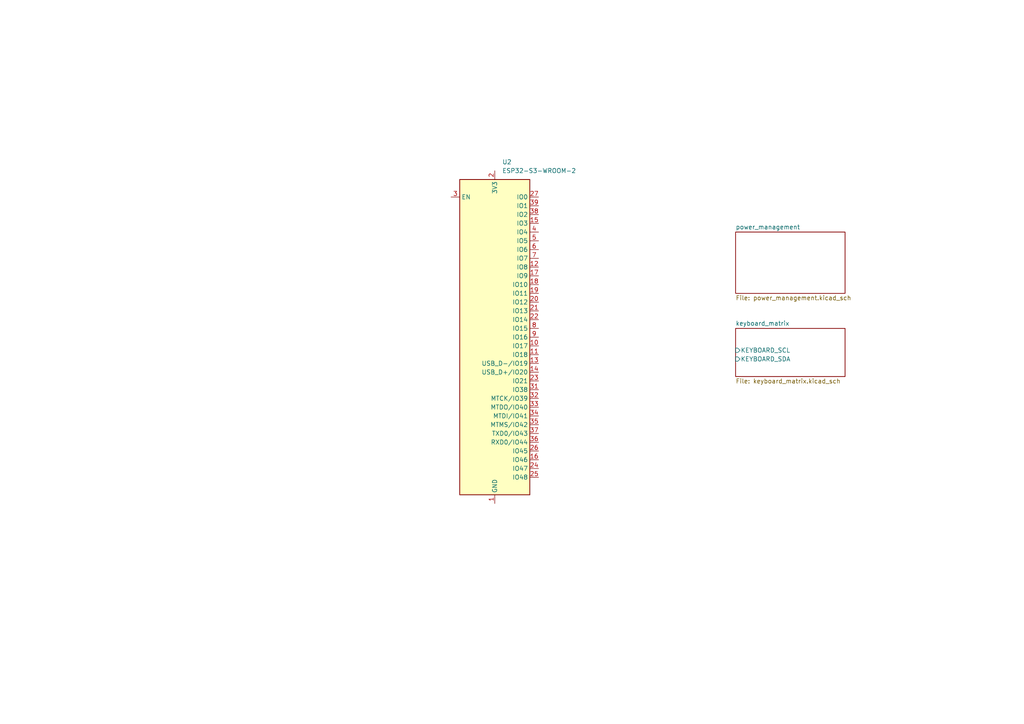
<source format=kicad_sch>
(kicad_sch (version 20250114) (generator "eeschema") (generator_version "9.0")
  (paper "A4")
  (title_block (title "WebWow Communicator") (date "2025-07-20") (rev "A0") (company "WebWow") (comment 1 "Bjorn Hropot"))
  (lib_symbols
    (symbol "RF_Module:ESP32-S3-WROOM-2"
      (property "Reference" "U" (at -10.16 45.72 0))
      (property "Value" "ESP32-S3-WROOM-2" (at 2.54 45.72 0))
      (symbol "ESP32-S3-WROOM-2_0_1"
        (rectangle (start -10.16 45.72) (end 10.16 -45.72) (stroke (width 0.254)) (fill (type background)))
      )
      (symbol "ESP32-S3-WROOM-2_1_1"
        (pin input line (at -12.7 40.64 0) (length 2.54) (name "EN") (number "3"))
        (pin no_connect line (at -10.16 -35.56 0) (length 2.54) (hide yes) (name "NC") (number "28"))
        (pin no_connect line (at -10.16 -38.1 0) (length 2.54) (hide yes) (name "NC") (number "29"))
        (pin no_connect line (at -10.16 -40.64 0) (length 2.54) (hide yes) (name "NC") (number "30"))
        (pin power_in line (at 0 48.26 270) (length 2.54) (name "3V3") (number "2"))
        (pin power_in line (at 0 -48.26 90) (length 2.54) (name "GND") (number "1"))
        (pin passive line (at 0 -48.26 90) (length 2.54) (hide yes) (name "GND") (number "40"))
        (pin passive line (at 0 -48.26 90) (length 2.54) (hide yes) (name "GND") (number "41"))
        (pin bidirectional line (at 12.7 40.64 180) (length 2.54) (name "IO0") (number "27"))
        (pin bidirectional line (at 12.7 38.1 180) (length 2.54) (name "IO1") (number "39"))
        (pin bidirectional line (at 12.7 35.56 180) (length 2.54) (name "IO2") (number "38"))
        (pin bidirectional line (at 12.7 33.02 180) (length 2.54) (name "IO3") (number "15"))
        (pin bidirectional line (at 12.7 30.48 180) (length 2.54) (name "IO4") (number "4"))
        (pin bidirectional line (at 12.7 27.94 180) (length 2.54) (name "IO5") (number "5"))
        (pin bidirectional line (at 12.7 25.4 180) (length 2.54) (name "IO6") (number "6"))
        (pin bidirectional line (at 12.7 22.86 180) (length 2.54) (name "IO7") (number "7"))
        (pin bidirectional line (at 12.7 20.32 180) (length 2.54) (name "IO8") (number "12"))
        (pin bidirectional line (at 12.7 17.78 180) (length 2.54) (name "IO9") (number "17"))
        (pin bidirectional line (at 12.7 15.24 180) (length 2.54) (name "IO10") (number "18"))
        (pin bidirectional line (at 12.7 12.7 180) (length 2.54) (name "IO11") (number "19"))
        (pin bidirectional line (at 12.7 10.16 180) (length 2.54) (name "IO12") (number "20"))
        (pin bidirectional line (at 12.7 7.62 180) (length 2.54) (name "IO13") (number "21"))
        (pin bidirectional line (at 12.7 5.08 180) (length 2.54) (name "IO14") (number "22"))
        (pin bidirectional line (at 12.7 2.54 180) (length 2.54) (name "IO15") (number "8"))
        (pin bidirectional line (at 12.7 0 180) (length 2.54) (name "IO16") (number "9"))
        (pin bidirectional line (at 12.7 -2.54 180) (length 2.54) (name "IO17") (number "10"))
        (pin bidirectional line (at 12.7 -5.08 180) (length 2.54) (name "IO18") (number "11"))
        (pin bidirectional line (at 12.7 -7.62 180) (length 2.54) (name "USB_D-/IO19") (number "13"))
        (pin bidirectional line (at 12.7 -10.16 180) (length 2.54) (name "USB_D+/IO20") (number "14"))
        (pin bidirectional line (at 12.7 -12.7 180) (length 2.54) (name "IO21") (number "23"))
        (pin bidirectional line (at 12.7 -15.24 180) (length 2.54) (name "IO38") (number "31"))
        (pin bidirectional line (at 12.7 -17.78 180) (length 2.54) (name "MTCK/IO39") (number "32"))
        (pin bidirectional line (at 12.7 -20.32 180) (length 2.54) (name "MTDO/IO40") (number "33"))
        (pin bidirectional line (at 12.7 -22.86 180) (length 2.54) (name "MTDI/IO41") (number "34"))
        (pin bidirectional line (at 12.7 -25.4 180) (length 2.54) (name "MTMS/IO42") (number "35"))
        (pin bidirectional line (at 12.7 -27.94 180) (length 2.54) (name "TXD0/IO43") (number "37"))
        (pin bidirectional line (at 12.7 -30.48 180) (length 2.54) (name "RXD0/IO44") (number "36"))
        (pin bidirectional line (at 12.7 -33.02 180) (length 2.54) (name "IO45") (number "26"))
        (pin bidirectional line (at 12.7 -35.56 180) (length 2.54) (name "IO46") (number "16"))
        (pin bidirectional line (at 12.7 -38.1 180) (length 2.54) (name "IO47") (number "24"))
        (pin bidirectional line (at 12.7 -40.64 180) (length 2.54) (name "IO48") (number "25"))
      )
    )
  )
  (symbol (lib_id "RF_Module:ESP32-S3-WROOM-2") (at 143.51 97.79 0) (unit 1)
    (property "Reference" "U2" (at 145.6533 46.99 0) (effects (justify left)))
    (property "Value" "ESP32-S3-WROOM-2" (at 145.6533 49.53 0) (effects (justify left)))
    (property "Footprint" "RF_Module:ESP32-S3-WROOM-2" (effects (hide yes)))
    (property "Datasheet" "https://www.espressif.com/sites/default/files/documentation/esp32-s3-wroom-2_datasheet_en.pdf" (effects (hide yes)))
    (property "Description" "RF Module, 2.4 GHz, Wi­-Fi, Bluetooth, BLE, ESP32­-S3R8V" (effects (hide yes)))
  )
  (sheet (at 213.36 67.31) (size 31.75 17.78) (stroke (width 0.1524))
    (property "Sheetname" "power_management" (at 213.36 66.5984 0) (effects (justify left bottom)))
    (property "Sheetfile" "power_management.kicad_sch" (at 213.36 85.6746 0) (effects (justify left top)))
  )
  (sheet (at 213.36 95.25) (size 31.75 13.97) (stroke (width 0.1524))
    (property "Sheetname" "keyboard_matrix" (at 213.36 94.5384 0) (effects (justify left bottom)))
    (property "Sheetfile" "keyboard_matrix.kicad_sch" (at 213.36 109.8046 0) (effects (justify left top)))
    (pin "KEYBOARD_SCL" input (at 213.36 101.6 180))
    (pin "KEYBOARD_SDA" input (at 213.36 104.14 180))
  )
)
</source>
